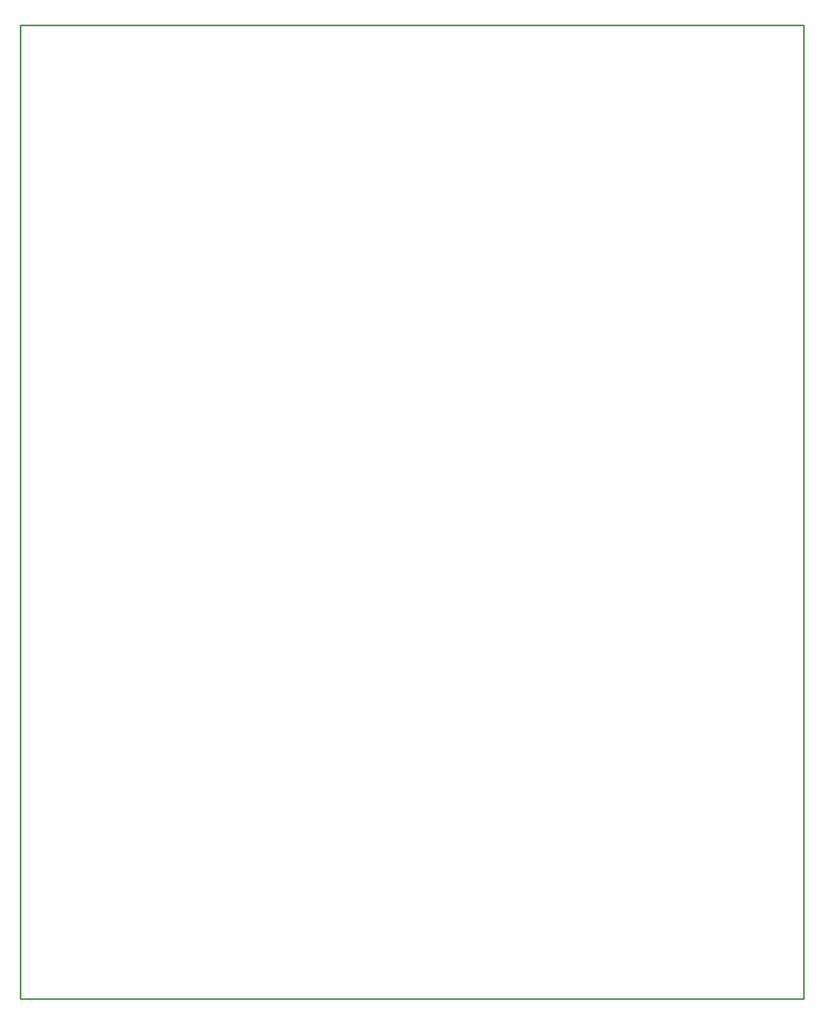
<source format=gm1>
G04*
G04 #@! TF.GenerationSoftware,Altium Limited,Altium Designer,20.2.3 (150)*
G04*
G04 Layer_Color=16711935*
%FSLAX25Y25*%
%MOIN*%
G70*
G04*
G04 #@! TF.SameCoordinates,4877317F-2E7F-43E9-A464-E33F9C0CD60A*
G04*
G04*
G04 #@! TF.FilePolarity,Positive*
G04*
G01*
G75*
%ADD44C,0.01000*%
D44*
X255906Y759842D02*
X744095D01*
X255906Y153543D02*
Y759842D01*
X744095D02*
X744095Y153543D01*
X255906D02*
X744095D01*
M02*

</source>
